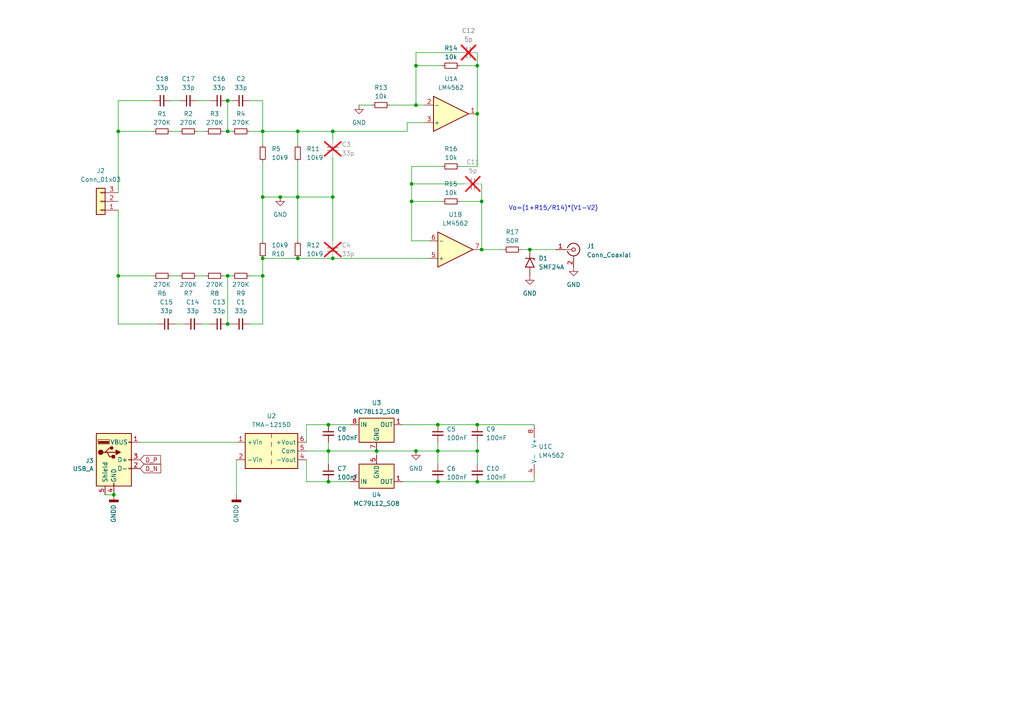
<source format=kicad_sch>
(kicad_sch (version 20231120) (generator "eeschema") (generator_version "8.0")
  (paper "A4")
  (lib_symbols
    (symbol "Amplifier_Operational:LM4562" (pin_names (offset 0.127))
      (property "Reference" "U" (at 0 5.08 0))
      (property "Value" "LM4562" (at 0 -5.08 0))
      (symbol "LM4562_1_1"
        (polyline (pts (xy -5.08 5.08) (xy 5.08 0) (xy -5.08 -5.08) (xy -5.08 5.08)) (stroke (width 0.254)) (fill (type background)))
        (pin output line (at 7.62 0 180) (length 2.54) (name "~") (number "1"))
        (pin input line (at -7.62 -2.54 0) (length 2.54) (name "-") (number "2"))
        (pin input line (at -7.62 2.54 0) (length 2.54) (name "+") (number "3"))
      )
      (symbol "LM4562_2_1"
        (polyline (pts (xy -5.08 5.08) (xy 5.08 0) (xy -5.08 -5.08) (xy -5.08 5.08)) (stroke (width 0.254)) (fill (type background)))
        (pin input line (at -7.62 2.54 0) (length 2.54) (name "+") (number "5"))
        (pin input line (at -7.62 -2.54 0) (length 2.54) (name "-") (number "6"))
        (pin output line (at 7.62 0 180) (length 2.54) (name "~") (number "7"))
      )
      (symbol "LM4562_3_1"
        (pin power_in line (at -2.54 -7.62 90) (length 3.81) (name "V-") (number "4"))
        (pin power_in line (at -2.54 7.62 270) (length 3.81) (name "V+") (number "8"))
      )
    )
    (symbol "Connector:Conn_Coaxial" (pin_names (offset 1.016) hide)
      (property "Reference" "J" (at 0.254 3.048 0))
      (property "Value" "Conn_Coaxial" (at 2.921 0 90))
      (symbol "Conn_Coaxial_0_1"
        (arc (start -1.778 -0.508) (mid 0.2311 -1.8066) (end 1.778 0) (stroke (width 0.254)))
        (polyline (pts (xy -2.54 0) (xy -0.508 0)))
        (polyline (pts (xy 0 -2.54) (xy 0 -1.778)))
        (circle (center 0 0) (radius 0.508) (stroke (width 0.2032)))
        (arc (start 1.778 0) (mid 0.2099 1.8101) (end -1.778 0.508) (stroke (width 0.254)))
      )
      (symbol "Conn_Coaxial_1_1"
        (pin passive line (at -5.08 0 0) (length 2.54) (name "In") (number "1"))
        (pin passive line (at 0 -5.08 90) (length 2.54) (name "Ext") (number "2"))
      )
    )
    (symbol "Connector_Generic:Conn_01x03" (pin_names (offset 1.016) hide)
      (property "Reference" "J" (at 0 5.08 0))
      (property "Value" "Conn_01x03" (at 0 -5.08 0))
      (symbol "Conn_01x03_1_1"
        (rectangle (start -1.27 -2.413) (end 0 -2.667) (stroke (width 0.1524)))
        (rectangle (start -1.27 0.127) (end 0 -0.127) (stroke (width 0.1524)))
        (rectangle (start -1.27 2.667) (end 0 2.413) (stroke (width 0.1524)))
        (rectangle (start -1.27 3.81) (end 1.27 -3.81) (stroke (width 0.254)) (fill (type background)))
        (pin passive line (at -5.08 2.54 0) (length 3.81) (name "Pin_1") (number "1"))
        (pin passive line (at -5.08 0 0) (length 3.81) (name "Pin_2") (number "2"))
        (pin passive line (at -5.08 -2.54 0) (length 3.81) (name "Pin_3") (number "3"))
      )
    )
    (symbol "Converter_DCDC:TMA-1215D"
      (property "Reference" "U" (at -6.35 6.35 0))
      (property "Value" "TMA-1215D" (at 2.54 6.35 0))
      (symbol "TMA-1215D_0_1"
        (rectangle (start -7.62 5.08) (end 7.62 -5.08) (stroke (width 0.254)) (fill (type background)))
        (polyline (pts (xy 0 -2.54) (xy 0 -3.81)))
        (polyline (pts (xy 0 0) (xy 0 -1.27)))
        (polyline (pts (xy 0 2.54) (xy 0 1.27)))
        (polyline (pts (xy 0 5.08) (xy 0 3.81)))
      )
      (symbol "TMA-1215D_1_1"
        (pin power_in line (at -10.16 2.54 0) (length 2.54) (name "+Vin") (number "1"))
        (pin power_in line (at -10.16 -2.54 0) (length 2.54) (name "-Vin") (number "2"))
        (pin power_out line (at 10.16 -2.54 180) (length 2.54) (name "-Vout") (number "4"))
        (pin power_out line (at 10.16 0 180) (length 2.54) (name "Com") (number "5"))
        (pin power_out line (at 10.16 2.54 180) (length 2.54) (name "+Vout") (number "6"))
      )
    )
    (symbol "Device:C_Small" (pin_numbers hide) (pin_names (offset 0.254) hide)
      (property "Reference" "C" (at 0.254 1.778 0))
      (property "Value" "C_Small" (at 0.254 -2.032 0))
      (symbol "C_Small_0_1"
        (polyline (pts (xy -1.524 -0.508) (xy 1.524 -0.508)) (stroke (width 0.3302)))
        (polyline (pts (xy -1.524 0.508) (xy 1.524 0.508)) (stroke (width 0.3048)))
      )
      (symbol "C_Small_1_1"
        (pin passive line (at 0 2.54 270) (length 2.032) (name "~") (number "1"))
        (pin passive line (at 0 -2.54 90) (length 2.032) (name "~") (number "2"))
      )
    )
    (symbol "Device:R_Small" (pin_numbers hide) (pin_names (offset 0.254) hide)
      (property "Reference" "R" (at 0.762 0.508 0))
      (property "Value" "R_Small" (at 0.762 -1.016 0))
      (symbol "R_Small_0_1"
        (rectangle (start -0.762 1.778) (end 0.762 -1.778) (stroke (width 0.2032)))
      )
      (symbol "R_Small_1_1"
        (pin passive line (at 0 2.54 270) (length 0.762) (name "~") (number "1"))
        (pin passive line (at 0 -2.54 90) (length 0.762) (name "~") (number "2"))
      )
    )
    (symbol "Diode:SMF24A" (pin_numbers hide) (pin_names (offset 1.016) hide)
      (property "Reference" "D" (at 0 2.54 0))
      (property "Value" "SMF24A" (at 0 -2.54 0))
      (symbol "SMF24A_0_1"
        (polyline (pts (xy -0.762 1.27) (xy -1.27 1.27) (xy -1.27 -1.27)) (stroke (width 0.254)))
        (polyline (pts (xy 1.27 1.27) (xy 1.27 -1.27) (xy -1.27 0) (xy 1.27 1.27)) (stroke (width 0.254)))
      )
      (symbol "SMF24A_1_1"
        (pin passive line (at -3.81 0 0) (length 2.54) (name "A1") (number "1"))
        (pin passive line (at 3.81 0 180) (length 2.54) (name "A2") (number "2"))
      )
    )
    (symbol "OvnCtrl-rescue:GNDD-power" (power) (pin_names (offset 0))
      (property "Value" "power_GNDD" (at 0 -3.175 0))
      (symbol "GNDD-power_0_1"
        (rectangle (start -1.27 -1.524) (end 1.27 -2.032) (stroke (width 0.254)) (fill (type outline)))
        (polyline (pts (xy 0 0) (xy 0 -1.524)))
      )
      (symbol "GNDD-power_1_1"
        (pin power_in line (at 0 0 270) (length 0) hide (name "GNDD") (number "1"))
      )
    )
    (symbol "OvnCtrl-rescue:USB_A-Connector-Templogger-rescue" (pin_names (offset 1.016))
      (property "Reference" "J" (at -5.08 11.43 0))
      (property "Value" "USB_A-Connector-Templogger-rescue" (at -5.08 8.89 0))
      (symbol "USB_A-Connector-Templogger-rescue_0_1"
        (rectangle (start -5.08 -7.62) (end 5.08 7.62) (stroke (width 0.254)) (fill (type background)))
        (circle (center -3.81 2.159) (radius 0.635) (stroke (width 0.254)) (fill (type outline)))
        (rectangle (start -1.524 4.826) (end -4.318 5.334) (fill (type outline)))
        (rectangle (start -1.27 4.572) (end -4.572 5.842))
        (circle (center -0.635 3.429) (radius 0.381) (stroke (width 0.254)) (fill (type outline)))
        (rectangle (start -0.127 -7.62) (end 0.127 -6.858))
        (polyline (pts (xy -3.175 2.159) (xy -2.54 2.159) (xy -1.27 3.429) (xy -0.635 3.429)) (stroke (width 0.254)))
        (polyline (pts (xy -2.54 2.159) (xy -1.905 2.159) (xy -1.27 0.889) (xy 0 0.889)) (stroke (width 0.254)))
        (polyline (pts (xy 0.635 2.794) (xy 0.635 1.524) (xy 1.905 2.159) (xy 0.635 2.794)) (stroke (width 0.254)) (fill (type outline)))
        (rectangle (start 0.254 1.27) (end -0.508 0.508) (stroke (width 0.254)) (fill (type outline)))
        (rectangle (start 5.08 -2.667) (end 4.318 -2.413))
        (rectangle (start 5.08 -0.127) (end 4.318 0.127))
        (rectangle (start 5.08 4.953) (end 4.318 5.207))
      )
      (symbol "USB_A-Connector-Templogger-rescue_1_1"
        (polyline (pts (xy -1.905 2.159) (xy 0.635 2.159)) (stroke (width 0.254)))
        (pin power_in line (at 7.62 5.08 180) (length 2.54) (name "VBUS") (number "1"))
        (pin passive line (at 7.62 -2.54 180) (length 2.54) (name "D-") (number "2"))
        (pin passive line (at 7.62 0 180) (length 2.54) (name "D+") (number "3"))
        (pin power_in line (at 0 -10.16 90) (length 2.54) (name "GND") (number "4"))
        (pin passive line (at -2.54 -10.16 90) (length 2.54) (name "Shield") (number "5"))
      )
    )
    (symbol "Regulator_Linear:MC78L05_SO8" (pin_names (offset 0.254))
      (property "Reference" "U" (at -3.81 3.175 0))
      (property "Value" "MC78L05_SO8" (at 0 3.175 0))
      (symbol "MC78L05_SO8_0_1"
        (rectangle (start -5.08 1.905) (end 5.08 -5.08) (stroke (width 0.254)) (fill (type background)))
      )
      (symbol "MC78L05_SO8_1_1"
        (pin power_out line (at 7.62 0 180) (length 2.54) (name "OUT") (number "1"))
        (pin passive line (at 0 -7.62 90) (length 2.54) hide (name "GND") (number "2"))
        (pin passive line (at 0 -7.62 90) (length 2.54) hide (name "GND") (number "3"))
        (pin no_connect line (at -5.08 -2.54 0) (length 2.54) hide (name "NC") (number "4"))
        (pin no_connect line (at 5.08 -2.54 180) (length 2.54) hide (name "NC") (number "5"))
        (pin passive line (at 0 -7.62 90) (length 2.54) hide (name "GND") (number "6"))
        (pin power_in line (at 0 -7.62 90) (length 2.54) (name "GND") (number "7"))
        (pin power_in line (at -7.62 0 0) (length 2.54) (name "IN") (number "8"))
      )
    )
    (symbol "Regulator_Linear:MC79L12_SO8" (pin_names (offset 0.254))
      (property "Reference" "U" (at -3.81 -3.175 0))
      (property "Value" "MC79L12_SO8" (at 0 -3.175 0))
      (symbol "MC79L12_SO8_0_1"
        (rectangle (start -5.08 5.08) (end 5.08 -1.905) (stroke (width 0.254)) (fill (type background)))
      )
      (symbol "MC79L12_SO8_1_1"
        (pin power_out line (at 7.62 0 180) (length 2.54) (name "OUT") (number "1"))
        (pin power_in line (at -7.62 0 0) (length 2.54) (name "IN") (number "2"))
        (pin passive line (at -7.62 0 0) (length 2.54) hide (name "IN") (number "3"))
        (pin no_connect line (at 5.08 2.54 180) (length 2.54) hide (name "NC") (number "4"))
        (pin power_in line (at 0 7.62 270) (length 2.54) (name "GND") (number "5"))
        (pin passive line (at -7.62 0 0) (length 2.54) hide (name "IN") (number "6"))
        (pin passive line (at -7.62 0 0) (length 2.54) hide (name "IN") (number "7"))
        (pin no_connect line (at -5.08 2.54 0) (length 2.54) hide (name "NC") (number "8"))
      )
    )
    (symbol "power:GND" (power) (pin_numbers hide) (pin_names (offset 0) hide)
      (property "Value" "GND" (at 0 -3.81 0))
      (symbol "GND_0_1"
        (polyline (pts (xy 0 0) (xy 0 -1.27) (xy 1.27 -1.27) (xy 0 -2.54) (xy -1.27 -1.27) (xy 0 -1.27)))
      )
      (symbol "GND_1_1"
        (pin power_in line (at 0 0 270) (length 0) (name "~") (number "1"))
      )
    )
  )
  (junction (at 127 130.81))
  (junction (at 120.65 30.48))
  (junction (at 96.52 57.15))
  (junction (at 138.43 139.7))
  (junction (at 120.65 130.81))
  (junction (at 127 139.7))
  (junction (at 86.36 74.93))
  (junction (at 76.2 38.1))
  (junction (at 76.2 57.15))
  (junction (at 76.2 74.93))
  (junction (at 95.25 130.81))
  (junction (at 96.52 74.93))
  (junction (at 86.36 57.15))
  (junction (at 34.29 80.01))
  (junction (at 96.52 38.1))
  (junction (at 66.04 93.98))
  (junction (at 119.38 58.42))
  (junction (at 109.22 130.81))
  (junction (at 139.7 58.42))
  (junction (at 66.04 80.01))
  (junction (at 119.38 53.34))
  (junction (at 153.67 72.39))
  (junction (at 76.2 80.01))
  (junction (at 138.43 130.81))
  (junction (at 86.36 38.1))
  (junction (at 127 123.19))
  (junction (at 34.29 38.1))
  (junction (at 139.7 72.39))
  (junction (at 81.28 57.15))
  (junction (at 66.04 38.1))
  (junction (at 138.43 33.02))
  (junction (at 33.02 143.51))
  (junction (at 95.25 123.19))
  (junction (at 120.65 19.05))
  (junction (at 66.04 29.21))
  (junction (at 95.25 139.7))
  (junction (at 138.43 19.05))
  (junction (at 138.43 123.19))
  (wire (pts (xy 76.2 38.1) (xy 76.2 41.91)))
  (wire (pts (xy 72.39 80.01) (xy 76.2 80.01)))
  (wire (pts (xy 58.42 93.98) (xy 60.96 93.98)))
  (wire (pts (xy 127 130.81) (xy 138.43 130.81)))
  (wire (pts (xy 128.27 48.26) (xy 119.38 48.26)))
  (wire (pts (xy 153.67 72.39) (xy 151.13 72.39)))
  (wire (pts (xy 139.7 53.34) (xy 139.7 58.42)))
  (wire (pts (xy 133.35 58.42) (xy 139.7 58.42)))
  (wire (pts (xy 119.38 53.34) (xy 119.38 58.42)))
  (wire (pts (xy 76.2 57.15) (xy 81.28 57.15)))
  (wire (pts (xy 120.65 15.24) (xy 120.65 19.05)))
  (wire (pts (xy 138.43 123.19) (xy 154.94 123.19)))
  (wire (pts (xy 40.64 128.27) (xy 68.58 128.27)))
  (wire (pts (xy 68.58 133.35) (xy 68.58 143.51)))
  (wire (pts (xy 138.43 19.05) (xy 138.43 33.02)))
  (wire (pts (xy 72.39 93.98) (xy 76.2 93.98)))
  (wire (pts (xy 66.04 80.01) (xy 66.04 93.98)))
  (wire (pts (xy 123.19 35.56) (xy 118.11 35.56)))
  (wire (pts (xy 133.35 48.26) (xy 138.43 48.26)))
  (wire (pts (xy 76.2 74.93) (xy 86.36 74.93)))
  (wire (pts (xy 76.2 29.21) (xy 76.2 38.1)))
  (wire (pts (xy 119.38 53.34) (xy 134.62 53.34)))
  (wire (pts (xy 44.45 38.1) (xy 34.29 38.1)))
  (wire (pts (xy 138.43 139.7) (xy 127 139.7)))
  (wire (pts (xy 64.77 80.01) (xy 66.04 80.01)))
  (wire (pts (xy 64.77 38.1) (xy 66.04 38.1)))
  (wire (pts (xy 86.36 74.93) (xy 96.52 74.93)))
  (wire (pts (xy 127 128.27) (xy 127 130.81)))
  (wire (pts (xy 88.9 139.7) (xy 88.9 133.35)))
  (wire (pts (xy 120.65 130.81) (xy 127 130.81)))
  (wire (pts (xy 95.25 130.81) (xy 95.25 134.62)))
  (wire (pts (xy 88.9 130.81) (xy 95.25 130.81)))
  (wire (pts (xy 45.72 93.98) (xy 34.29 93.98)))
  (wire (pts (xy 34.29 80.01) (xy 34.29 60.96)))
  (wire (pts (xy 96.52 45.72) (xy 96.52 57.15)))
  (wire (pts (xy 86.36 46.99) (xy 86.36 57.15)))
  (wire (pts (xy 96.52 38.1) (xy 86.36 38.1)))
  (wire (pts (xy 113.03 30.48) (xy 120.65 30.48)))
  (wire (pts (xy 139.7 72.39) (xy 146.05 72.39)))
  (wire (pts (xy 138.43 48.26) (xy 138.43 33.02)))
  (wire (pts (xy 34.29 93.98) (xy 34.29 80.01)))
  (wire (pts (xy 138.43 128.27) (xy 138.43 130.81)))
  (wire (pts (xy 118.11 35.56) (xy 118.11 38.1)))
  (wire (pts (xy 72.39 29.21) (xy 76.2 29.21)))
  (wire (pts (xy 66.04 29.21) (xy 67.31 29.21)))
  (wire (pts (xy 33.02 143.51) (xy 30.48 143.51)))
  (wire (pts (xy 86.36 57.15) (xy 86.36 69.85)))
  (wire (pts (xy 109.22 130.81) (xy 109.22 132.08)))
  (wire (pts (xy 66.04 80.01) (xy 67.31 80.01)))
  (wire (pts (xy 119.38 69.85) (xy 124.46 69.85)))
  (wire (pts (xy 116.84 123.19) (xy 127 123.19)))
  (wire (pts (xy 44.45 80.01) (xy 34.29 80.01)))
  (wire (pts (xy 88.9 123.19) (xy 95.25 123.19)))
  (wire (pts (xy 96.52 40.64) (xy 96.52 38.1)))
  (wire (pts (xy 57.15 80.01) (xy 59.69 80.01)))
  (wire (pts (xy 76.2 93.98) (xy 76.2 80.01)))
  (wire (pts (xy 66.04 38.1) (xy 67.31 38.1)))
  (wire (pts (xy 66.04 93.98) (xy 67.31 93.98)))
  (wire (pts (xy 127 130.81) (xy 127 134.62)))
  (wire (pts (xy 88.9 128.27) (xy 88.9 123.19)))
  (wire (pts (xy 109.22 130.81) (xy 120.65 130.81)))
  (wire (pts (xy 95.25 130.81) (xy 109.22 130.81)))
  (wire (pts (xy 49.53 29.21) (xy 52.07 29.21)))
  (wire (pts (xy 133.35 15.24) (xy 120.65 15.24)))
  (wire (pts (xy 118.11 38.1) (xy 96.52 38.1)))
  (wire (pts (xy 119.38 58.42) (xy 119.38 69.85)))
  (wire (pts (xy 119.38 48.26) (xy 119.38 53.34)))
  (wire (pts (xy 161.29 72.39) (xy 153.67 72.39)))
  (wire (pts (xy 34.29 29.21) (xy 34.29 38.1)))
  (wire (pts (xy 120.65 19.05) (xy 120.65 30.48)))
  (wire (pts (xy 154.94 138.43) (xy 154.94 139.7)))
  (wire (pts (xy 76.2 57.15) (xy 76.2 69.85)))
  (wire (pts (xy 128.27 19.05) (xy 120.65 19.05)))
  (wire (pts (xy 50.8 93.98) (xy 53.34 93.98)))
  (wire (pts (xy 86.36 41.91) (xy 86.36 38.1)))
  (wire (pts (xy 86.36 38.1) (xy 76.2 38.1)))
  (wire (pts (xy 96.52 74.93) (xy 124.46 74.93)))
  (wire (pts (xy 34.29 38.1) (xy 34.29 55.88)))
  (wire (pts (xy 116.84 139.7) (xy 127 139.7)))
  (wire (pts (xy 95.25 123.19) (xy 101.6 123.19)))
  (wire (pts (xy 138.43 15.24) (xy 138.43 19.05)))
  (wire (pts (xy 138.43 139.7) (xy 154.94 139.7)))
  (wire (pts (xy 120.65 30.48) (xy 123.19 30.48)))
  (wire (pts (xy 101.6 139.7) (xy 95.25 139.7)))
  (wire (pts (xy 138.43 130.81) (xy 138.43 134.62)))
  (wire (pts (xy 127 123.19) (xy 138.43 123.19)))
  (wire (pts (xy 44.45 29.21) (xy 34.29 29.21)))
  (wire (pts (xy 139.7 58.42) (xy 139.7 72.39)))
  (wire (pts (xy 76.2 80.01) (xy 76.2 74.93)))
  (wire (pts (xy 57.15 29.21) (xy 60.96 29.21)))
  (wire (pts (xy 66.04 38.1) (xy 66.04 29.21)))
  (wire (pts (xy 104.14 30.48) (xy 107.95 30.48)))
  (wire (pts (xy 86.36 57.15) (xy 96.52 57.15)))
  (wire (pts (xy 49.53 38.1) (xy 52.07 38.1)))
  (wire (pts (xy 96.52 57.15) (xy 96.52 69.85)))
  (wire (pts (xy 95.25 128.27) (xy 95.25 130.81)))
  (wire (pts (xy 76.2 46.99) (xy 76.2 57.15)))
  (wire (pts (xy 95.25 139.7) (xy 88.9 139.7)))
  (wire (pts (xy 57.15 38.1) (xy 59.69 38.1)))
  (wire (pts (xy 119.38 58.42) (xy 128.27 58.42)))
  (wire (pts (xy 81.28 57.15) (xy 86.36 57.15)))
  (wire (pts (xy 72.39 38.1) (xy 76.2 38.1)))
  (wire (pts (xy 49.53 80.01) (xy 52.07 80.01)))
  (wire (pts (xy 133.35 19.05) (xy 138.43 19.05)))
  (text "Vo=(1+R15/R14)*(V1-V2)" (at 160.528 60.452 0) (effects (font (size 1.27 1.27))))
  (global_label "D_P" (shape input) (at 40.64 133.35 0) (property "Intersheetrefs" "${INTERSHEET_REFS}" (effects (hide yes))))
  (global_label "D_N" (shape input) (at 40.64 135.89 0) (property "Intersheetrefs" "${INTERSHEET_REFS}" (effects (hide yes))))
  (symbol (lib_id "OvnCtrl-rescue:GNDD-power") (at 33.02 143.51 0) (mirror y) (unit 1)
    (property "Reference" "#PWR04" (effects (hide yes)))
    (property "Value" "GNDD" (at 32.9184 146.304 90) (effects (justify right)))
  )
  (symbol (lib_id "Device:R_Small") (at 62.23 80.01 90) (mirror x) (unit 1)
    (property "Reference" "R8" (at 62.23 85.09 90))
    (property "Value" "270K" (at 62.23 82.55 90))
    (property "Footprint" "Resistor_SMD:R_0805_2012Metric" (effects (hide yes)))
    (property "Description" "Resistor, small symbol" (effects (hide yes)))
  )
  (symbol (lib_id "Device:C_Small") (at 69.85 29.21 90) (unit 1)
    (property "Reference" "C2" (at 69.8563 22.86 90))
    (property "Value" "33p" (at 69.8563 25.4 90))
    (property "Footprint" "Capacitor_SMD:C_0805_2012Metric" (effects (hide yes)))
    (property "Description" "Unpolarized capacitor, small symbol" (effects (hide yes)))
  )
  (symbol (lib_id "Device:C_Small") (at 138.43 125.73 0) (unit 1)
    (property "Reference" "C9" (at 140.97 124.4662 0) (effects (justify left)))
    (property "Value" "100nF" (at 140.97 127.0062 0) (effects (justify left)))
    (property "Footprint" "Capacitor_SMD:C_0805_2012Metric" (effects (hide yes)))
    (property "Description" "Unpolarized capacitor, small symbol" (effects (hide yes)))
  )
  (symbol (lib_id "OvnCtrl-rescue:USB_A-Connector-Templogger-rescue") (at 33.02 133.35 0) (unit 1)
    (property "Reference" "J3" (at 27.178 133.6294 0) (effects (justify right)))
    (property "Value" "USB_A" (at 27.178 135.9408 0) (effects (justify right)))
    (property "Footprint" "Connector_USB:USB_Mini-B_Wuerth_65100516121_Horizontal" (effects (hide yes)))
  )
  (symbol (lib_id "Device:C_Small") (at 54.61 29.21 90) (unit 1)
    (property "Reference" "C17" (at 54.6163 22.86 90))
    (property "Value" "33p" (at 54.6163 25.4 90))
    (property "Footprint" "Capacitor_SMD:C_0805_2012Metric" (effects (hide yes)))
    (property "Description" "Unpolarized capacitor, small symbol" (effects (hide yes)))
  )
  (symbol (lib_id "Device:C_Small") (at 55.88 93.98 90) (unit 1)
    (property "Reference" "C14" (at 55.8863 87.63 90))
    (property "Value" "33p" (at 55.8863 90.17 90))
    (property "Footprint" "Capacitor_SMD:C_0805_2012Metric" (effects (hide yes)))
    (property "Description" "Unpolarized capacitor, small symbol" (effects (hide yes)))
  )
  (symbol (lib_id "Device:R_Small") (at 54.61 80.01 90) (mirror x) (unit 1)
    (property "Reference" "R7" (at 54.61 85.09 90))
    (property "Value" "270K" (at 54.61 82.55 90))
    (property "Footprint" "Resistor_SMD:R_0805_2012Metric" (effects (hide yes)))
    (property "Description" "Resistor, small symbol" (effects (hide yes)))
  )
  (symbol (lib_id "Device:R_Small") (at 69.85 80.01 90) (mirror x) (unit 1)
    (property "Reference" "R9" (at 69.85 85.09 90))
    (property "Value" "270K" (at 69.85 82.55 90))
    (property "Footprint" "Resistor_SMD:R_0805_2012Metric" (effects (hide yes)))
    (property "Description" "Resistor, small symbol" (effects (hide yes)))
  )
  (symbol (lib_id "power:GND") (at 120.65 130.81 0) (unit 1)
    (property "Reference" "#PWR06" (effects (hide yes)))
    (property "Value" "GND" (at 120.65 135.89 0))
    (property "Description" "Power symbol creates a global label with name \"GND\" , ground" (effects (hide yes)))
  )
  (symbol (lib_id "Device:C_Small") (at 95.25 137.16 0) (unit 1)
    (property "Reference" "C7" (at 97.79 135.8962 0) (effects (justify left)))
    (property "Value" "100nF" (at 97.79 138.4362 0) (effects (justify left)))
    (property "Footprint" "Capacitor_SMD:C_0805_2012Metric" (effects (hide yes)))
    (property "Description" "Unpolarized capacitor, small symbol" (effects (hide yes)))
  )
  (symbol (lib_id "Device:C_Small") (at 48.26 93.98 90) (unit 1)
    (property "Reference" "C15" (at 48.2663 87.63 90))
    (property "Value" "33p" (at 48.2663 90.17 90))
    (property "Footprint" "Capacitor_SMD:C_0805_2012Metric" (effects (hide yes)))
    (property "Description" "Unpolarized capacitor, small symbol" (effects (hide yes)))
  )
  (symbol (lib_id "Device:R_Small") (at 130.81 58.42 270) (unit 1)
    (property "Reference" "R15" (at 130.81 53.34 90))
    (property "Value" "10k" (at 130.81 55.88 90))
    (property "Footprint" "Resistor_SMD:R_0805_2012Metric" (effects (hide yes)))
    (property "Description" "Resistor, small symbol" (effects (hide yes)))
  )
  (symbol (lib_id "Device:R_Small") (at 46.99 38.1 90) (unit 1)
    (property "Reference" "R1" (at 46.99 33.02 90))
    (property "Value" "270K" (at 46.99 35.56 90))
    (property "Footprint" "Resistor_SMD:R_0805_2012Metric" (effects (hide yes)))
    (property "Description" "Resistor, small symbol" (effects (hide yes)))
  )
  (symbol (lib_id "Device:R_Small") (at 46.99 80.01 90) (mirror x) (unit 1)
    (property "Reference" "R6" (at 46.99 85.09 90))
    (property "Value" "270K" (at 46.99 82.55 90))
    (property "Footprint" "Resistor_SMD:R_0805_2012Metric" (effects (hide yes)))
    (property "Description" "Resistor, small symbol" (effects (hide yes)))
  )
  (symbol (lib_id "Device:C_Small") (at 96.52 43.18 180) (unit 1) (dnp yes)
    (property "Reference" "C3" (at 99.06 41.9035 0) (effects (justify right)))
    (property "Value" "33p" (at 99.06 44.4435 0) (effects (justify right)))
    (property "Footprint" "Capacitor_SMD:C_0805_2012Metric" (effects (hide yes)))
    (property "Description" "Unpolarized capacitor, small symbol" (effects (hide yes)))
  )
  (symbol (lib_id "Amplifier_Operational:LM4562") (at 157.48 130.81 0) (unit 3)
    (property "Reference" "U1" (at 156.21 129.5399 0) (effects (justify left)))
    (property "Value" "LM4562" (at 156.21 132.0799 0) (effects (justify left)))
    (property "Footprint" "Package_SO:SOIC-8_3.9x4.9mm_P1.27mm" (effects (hide yes)))
    (property "Datasheet" "http://www.ti.com/lit/ds/symlink/lm4562.pdf" (effects (hide yes)))
    (property "Description" "Dual High-Performance, High-Fidelity Audio Operational Amplifier, DIP-8/SOIC-8/TO-99-8" (effects (hide yes)))
  )
  (symbol (lib_id "power:GND") (at 166.37 77.47 0) (unit 1)
    (property "Reference" "#PWR03" (effects (hide yes)))
    (property "Value" "GND" (at 166.37 82.55 0))
    (property "Description" "Power symbol creates a global label with name \"GND\" , ground" (effects (hide yes)))
  )
  (symbol (lib_id "Amplifier_Operational:LM4562") (at 130.81 33.02 0) (mirror x) (unit 1)
    (property "Reference" "U1" (at 130.81 22.86 0))
    (property "Value" "LM4562" (at 130.81 25.4 0))
    (property "Footprint" "Package_SO:SOIC-8_3.9x4.9mm_P1.27mm" (effects (hide yes)))
    (property "Datasheet" "http://www.ti.com/lit/ds/symlink/lm4562.pdf" (effects (hide yes)))
    (property "Description" "Dual High-Performance, High-Fidelity Audio Operational Amplifier, DIP-8/SOIC-8/TO-99-8" (effects (hide yes)))
  )
  (symbol (lib_id "Device:R_Small") (at 62.23 38.1 90) (unit 1)
    (property "Reference" "R3" (at 62.23 33.02 90))
    (property "Value" "270K" (at 62.23 35.56 90))
    (property "Footprint" "Resistor_SMD:R_0805_2012Metric" (effects (hide yes)))
    (property "Description" "Resistor, small symbol" (effects (hide yes)))
  )
  (symbol (lib_id "Device:C_Small") (at 138.43 137.16 0) (unit 1)
    (property "Reference" "C10" (at 140.97 135.8962 0) (effects (justify left)))
    (property "Value" "100nF" (at 140.97 138.4362 0) (effects (justify left)))
    (property "Footprint" "Capacitor_SMD:C_0805_2012Metric" (effects (hide yes)))
    (property "Description" "Unpolarized capacitor, small symbol" (effects (hide yes)))
  )
  (symbol (lib_id "Device:C_Small") (at 127 125.73 0) (unit 1)
    (property "Reference" "C5" (at 129.54 124.4662 0) (effects (justify left)))
    (property "Value" "100nF" (at 129.54 127.0062 0) (effects (justify left)))
    (property "Footprint" "Capacitor_SMD:C_0805_2012Metric" (effects (hide yes)))
    (property "Description" "Unpolarized capacitor, small symbol" (effects (hide yes)))
  )
  (symbol (lib_id "Diode:SMF24A") (at 153.67 76.2 270) (unit 1)
    (property "Reference" "D1" (at 156.21 74.9299 90) (effects (justify left)))
    (property "Value" "SMF24A" (at 156.21 77.4699 90) (effects (justify left)))
    (property "Footprint" "Diode_SMD:D_SMF" (effects (hide yes)))
    (property "Datasheet" "https://www.vishay.com/doc?85881" (effects (hide yes)))
    (property "Description" "200W unidirectional Transil Transient Voltage Suppressor, 24Vrwm, SMF" (effects (hide yes)))
  )
  (symbol (lib_id "Converter_DCDC:TMA-1215D") (at 78.74 130.81 0) (unit 1)
    (property "Reference" "U2" (at 78.74 120.65 0))
    (property "Value" "TMA-1215D" (at 78.74 123.19 0))
    (property "Footprint" "Converter_DCDC:Converter_DCDC_TRACO_TMA-05xxD_12xxD_Dual_THT" (effects (hide yes)))
    (property "Datasheet" "https://www.tracopower.com/products/tma.pdf" (effects (hide yes)))
    (property "Description" "1W DC/DC converter unregulated, 10.8-13.2V input, ±15V fixed output voltage, 34mA each output, 1.0kVDC isolation, SIP-7" (effects (hide yes)))
  )
  (symbol (lib_id "Regulator_Linear:MC78L05_SO8") (at 109.22 123.19 0) (unit 1)
    (property "Reference" "U3" (at 109.22 116.84 0))
    (property "Value" "MC78L12_SO8" (at 109.22 119.38 0))
    (property "Footprint" "Package_SO:SOIC-8_3.9x4.9mm_P1.27mm" (effects (hide yes)))
    (property "Datasheet" "https://www.onsemi.com/pub/Collateral/MC78L00A-D.PDF" (effects (hide yes)))
    (property "Description" "Positive 100mA 30V Linear Regulator, Fixed Output 5V, SO-8" (effects (hide yes)))
  )
  (symbol (lib_id "Device:R_Small") (at 69.85 38.1 90) (unit 1)
    (property "Reference" "R4" (at 69.85 33.02 90))
    (property "Value" "270K" (at 69.85 35.56 90))
    (property "Footprint" "Resistor_SMD:R_0805_2012Metric" (effects (hide yes)))
    (property "Description" "Resistor, small symbol" (effects (hide yes)))
  )
  (symbol (lib_id "Device:C_Small") (at 95.25 125.73 0) (unit 1)
    (property "Reference" "C8" (at 97.79 124.4662 0) (effects (justify left)))
    (property "Value" "100nF" (at 97.79 127.0062 0) (effects (justify left)))
    (property "Footprint" "Capacitor_SMD:C_0805_2012Metric" (effects (hide yes)))
    (property "Description" "Unpolarized capacitor, small symbol" (effects (hide yes)))
  )
  (symbol (lib_id "Device:C_Small") (at 135.89 15.24 270) (unit 1) (dnp yes)
    (property "Reference" "C12" (at 135.8836 8.89 90))
    (property "Value" "5p" (at 135.8836 11.43 90))
    (property "Footprint" "Capacitor_SMD:C_0805_2012Metric" (effects (hide yes)))
    (property "Description" "Unpolarized capacitor, small symbol" (effects (hide yes)))
  )
  (symbol (lib_id "Device:R_Small") (at 86.36 44.45 180) (unit 1)
    (property "Reference" "R11" (at 88.9 43.1799 0) (effects (justify right)))
    (property "Value" "10k9" (at 88.9 45.7199 0) (effects (justify right)))
    (property "Footprint" "Resistor_SMD:R_0805_2012Metric" (effects (hide yes)))
    (property "Description" "Resistor, small symbol" (effects (hide yes)))
  )
  (symbol (lib_id "Device:C_Small") (at 127 137.16 0) (unit 1)
    (property "Reference" "C6" (at 129.54 135.8962 0) (effects (justify left)))
    (property "Value" "100nF" (at 129.54 138.4362 0) (effects (justify left)))
    (property "Footprint" "Capacitor_SMD:C_0805_2012Metric" (effects (hide yes)))
    (property "Description" "Unpolarized capacitor, small symbol" (effects (hide yes)))
  )
  (symbol (lib_id "Regulator_Linear:MC79L12_SO8") (at 109.22 139.7 0) (unit 1)
    (property "Reference" "U4" (at 109.22 143.51 0))
    (property "Value" "MC79L12_SO8" (at 109.22 146.05 0))
    (property "Footprint" "Package_SO:SOIC-8_3.9x4.9mm_P1.27mm" (effects (hide yes)))
    (property "Datasheet" "http://www.ti.com/lit/ds/symlink/lm79l.pdf" (effects (hide yes)))
    (property "Description" "Negative 100mA -35V Linear Regulator, Fixed Output -12V, SO-8" (effects (hide yes)))
  )
  (symbol (lib_id "Device:C_Small") (at 137.16 53.34 270) (unit 1) (dnp yes)
    (property "Reference" "C11" (at 137.1536 46.99 90))
    (property "Value" "5p" (at 137.1536 49.53 90))
    (property "Footprint" "Capacitor_SMD:C_0805_2012Metric" (effects (hide yes)))
    (property "Description" "Unpolarized capacitor, small symbol" (effects (hide yes)))
  )
  (symbol (lib_id "Device:C_Small") (at 69.85 93.98 90) (unit 1)
    (property "Reference" "C1" (at 69.8563 87.63 90))
    (property "Value" "33p" (at 69.8563 90.17 90))
    (property "Footprint" "Capacitor_SMD:C_0805_2012Metric" (effects (hide yes)))
    (property "Description" "Unpolarized capacitor, small symbol" (effects (hide yes)))
  )
  (symbol (lib_id "Device:C_Small") (at 96.52 72.39 180) (unit 1) (dnp yes)
    (property "Reference" "C4" (at 99.06 71.1135 0) (effects (justify right)))
    (property "Value" "33p" (at 99.06 73.6535 0) (effects (justify right)))
    (property "Footprint" "Capacitor_SMD:C_0805_2012Metric" (effects (hide yes)))
    (property "Description" "Unpolarized capacitor, small symbol" (effects (hide yes)))
  )
  (symbol (lib_id "power:GND") (at 153.67 80.01 0) (unit 1)
    (property "Reference" "#PWR07" (effects (hide yes)))
    (property "Value" "GND" (at 153.67 85.09 0))
    (property "Description" "Power symbol creates a global label with name \"GND\" , ground" (effects (hide yes)))
  )
  (symbol (lib_id "Device:C_Small") (at 46.99 29.21 90) (unit 1)
    (property "Reference" "C18" (at 46.9963 22.86 90))
    (property "Value" "33p" (at 46.9963 25.4 90))
    (property "Footprint" "Capacitor_SMD:C_0805_2012Metric" (effects (hide yes)))
    (property "Description" "Unpolarized capacitor, small symbol" (effects (hide yes)))
  )
  (symbol (lib_id "Connector_Generic:Conn_01x03") (at 29.21 58.42 180) (unit 1)
    (property "Reference" "J2" (at 29.21 49.53 0))
    (property "Value" "Conn_01x03" (at 29.21 52.07 0))
    (property "Footprint" "Connector:FanPinHeader_1x03_P2.54mm_Vertical" (effects (hide yes)))
    (property "Description" "Generic connector, single row, 01x03, script generated (kicad-library-utils/schlib/autogen/connector/)" (effects (hide yes)))
  )
  (symbol (lib_id "Device:R_Small") (at 54.61 38.1 90) (unit 1)
    (property "Reference" "R2" (at 54.61 33.02 90))
    (property "Value" "270K" (at 54.61 35.56 90))
    (property "Footprint" "Resistor_SMD:R_0805_2012Metric" (effects (hide yes)))
    (property "Description" "Resistor, small symbol" (effects (hide yes)))
  )
  (symbol (lib_id "power:GND") (at 81.28 57.15 0) (unit 1)
    (property "Reference" "#PWR01" (effects (hide yes)))
    (property "Value" "GND" (at 81.28 62.23 0))
    (property "Description" "Power symbol creates a global label with name \"GND\" , ground" (effects (hide yes)))
  )
  (symbol (lib_id "Device:C_Small") (at 63.5 29.21 90) (unit 1)
    (property "Reference" "C16" (at 63.5063 22.86 90))
    (property "Value" "33p" (at 63.5063 25.4 90))
    (property "Footprint" "Capacitor_SMD:C_0805_2012Metric" (effects (hide yes)))
    (property "Description" "Unpolarized capacitor, small symbol" (effects (hide yes)))
  )
  (symbol (lib_id "Amplifier_Operational:LM4562") (at 132.08 72.39 0) (mirror x) (unit 2)
    (property "Reference" "U1" (at 132.08 62.23 0))
    (property "Value" "LM4562" (at 132.08 64.77 0))
    (property "Footprint" "Package_SO:SOIC-8_3.9x4.9mm_P1.27mm" (effects (hide yes)))
    (property "Datasheet" "http://www.ti.com/lit/ds/symlink/lm4562.pdf" (effects (hide yes)))
    (property "Description" "Dual High-Performance, High-Fidelity Audio Operational Amplifier, DIP-8/SOIC-8/TO-99-8" (effects (hide yes)))
  )
  (symbol (lib_id "OvnCtrl-rescue:GNDD-power") (at 68.58 143.51 0) (mirror y) (unit 1)
    (property "Reference" "#PWR05" (effects (hide yes)))
    (property "Value" "GNDD" (at 68.4784 146.304 90) (effects (justify right)))
  )
  (symbol (lib_id "Device:R_Small") (at 110.49 30.48 270) (unit 1)
    (property "Reference" "R13" (at 110.49 25.4 90))
    (property "Value" "10k" (at 110.49 27.94 90))
    (property "Footprint" "Resistor_SMD:R_0805_2012Metric" (effects (hide yes)))
    (property "Description" "Resistor, small symbol" (effects (hide yes)))
  )
  (symbol (lib_id "Device:R_Small") (at 76.2 72.39 0) (mirror y) (unit 1)
    (property "Reference" "R10" (at 78.74 73.6601 0) (effects (justify right)))
    (property "Value" "10k9" (at 78.74 71.1201 0) (effects (justify right)))
    (property "Footprint" "Resistor_SMD:R_0805_2012Metric" (effects (hide yes)))
    (property "Description" "Resistor, small symbol" (effects (hide yes)))
  )
  (symbol (lib_id "power:GND") (at 104.14 30.48 0) (unit 1)
    (property "Reference" "#PWR02" (effects (hide yes)))
    (property "Value" "GND" (at 104.14 35.56 0))
    (property "Description" "Power symbol creates a global label with name \"GND\" , ground" (effects (hide yes)))
  )
  (symbol (lib_id "Device:R_Small") (at 130.81 19.05 270) (unit 1)
    (property "Reference" "R14" (at 130.81 13.97 90))
    (property "Value" "10k" (at 130.81 16.51 90))
    (property "Footprint" "Resistor_SMD:R_0805_2012Metric" (effects (hide yes)))
    (property "Description" "Resistor, small symbol" (effects (hide yes)))
  )
  (symbol (lib_id "Device:R_Small") (at 86.36 72.39 180) (unit 1)
    (property "Reference" "R12" (at 88.9 71.1199 0) (effects (justify right)))
    (property "Value" "10k9" (at 88.9 73.6599 0) (effects (justify right)))
    (property "Footprint" "Resistor_SMD:R_0805_2012Metric" (effects (hide yes)))
    (property "Description" "Resistor, small symbol" (effects (hide yes)))
  )
  (symbol (lib_id "Connector:Conn_Coaxial") (at 166.37 72.39 0) (unit 1)
    (property "Reference" "J1" (at 170.18 71.4131 0) (effects (justify left)))
    (property "Value" "Conn_Coaxial" (at 170.18 73.9531 0) (effects (justify left)))
    (property "Footprint" "Connector_Coaxial:SMA_Molex_73251-1153_EdgeMount_Horizontal" (effects (hide yes)))
    (property "Description" "coaxial connector (BNC, SMA, SMB, SMC, Cinch/RCA, LEMO, ...)" (effects (hide yes)))
  )
  (symbol (lib_id "Device:R_Small") (at 130.81 48.26 270) (unit 1)
    (property "Reference" "R16" (at 130.81 43.18 90))
    (property "Value" "10k" (at 130.81 45.72 90))
    (property "Footprint" "Resistor_SMD:R_0805_2012Metric" (effects (hide yes)))
    (property "Description" "Resistor, small symbol" (effects (hide yes)))
  )
  (symbol (lib_id "Device:R_Small") (at 76.2 44.45 180) (unit 1)
    (property "Reference" "R5" (at 78.74 43.1799 0) (effects (justify right)))
    (property "Value" "10k9" (at 78.74 45.7199 0) (effects (justify right)))
    (property "Footprint" "Resistor_SMD:R_0805_2012Metric" (effects (hide yes)))
    (property "Description" "Resistor, small symbol" (effects (hide yes)))
  )
  (symbol (lib_id "Device:R_Small") (at 148.59 72.39 270) (unit 1)
    (property "Reference" "R17" (at 148.59 67.31 90))
    (property "Value" "50R" (at 148.59 69.85 90))
    (property "Footprint" "Resistor_SMD:R_0805_2012Metric" (effects (hide yes)))
    (property "Description" "Resistor, small symbol" (effects (hide yes)))
  )
  (symbol (lib_id "Device:C_Small") (at 63.5 93.98 90) (unit 1)
    (property "Reference" "C13" (at 63.5063 87.63 90))
    (property "Value" "33p" (at 63.5063 90.17 90))
    (property "Footprint" "Capacitor_SMD:C_0805_2012Metric" (effects (hide yes)))
    (property "Description" "Unpolarized capacitor, small symbol" (effects (hide yes)))
  )
)
</source>
